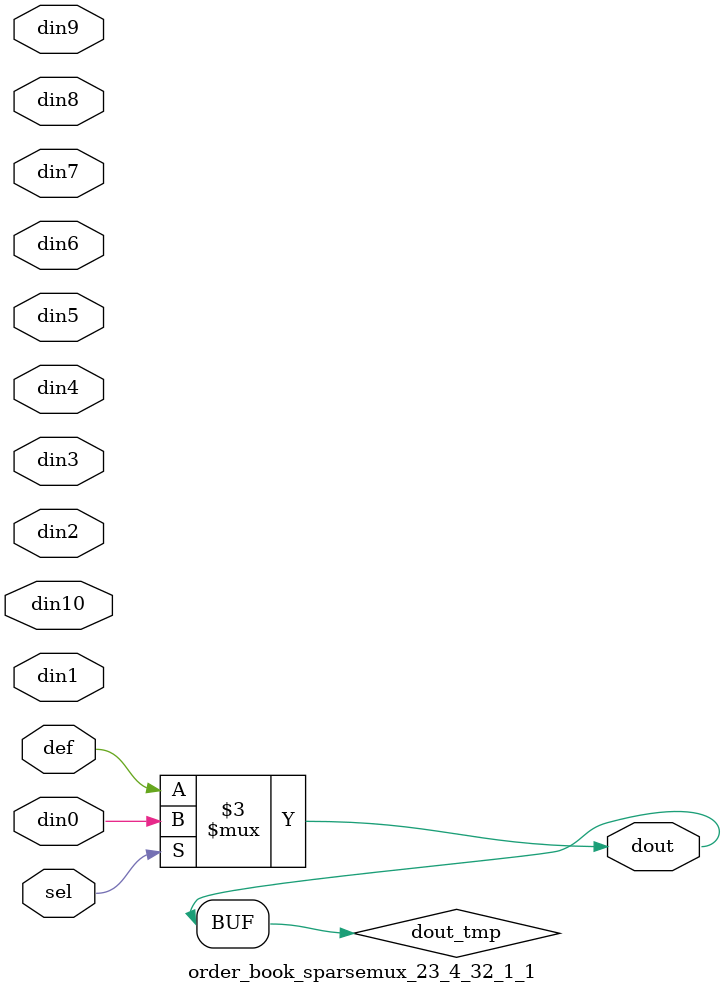
<source format=v>
`timescale 1ns / 1ps

module order_book_sparsemux_23_4_32_1_1 (din0,din1,din2,din3,din4,din5,din6,din7,din8,din9,din10,def,sel,dout);

parameter din0_WIDTH = 1;

parameter din1_WIDTH = 1;

parameter din2_WIDTH = 1;

parameter din3_WIDTH = 1;

parameter din4_WIDTH = 1;

parameter din5_WIDTH = 1;

parameter din6_WIDTH = 1;

parameter din7_WIDTH = 1;

parameter din8_WIDTH = 1;

parameter din9_WIDTH = 1;

parameter din10_WIDTH = 1;

parameter def_WIDTH = 1;
parameter sel_WIDTH = 1;
parameter dout_WIDTH = 1;

parameter [sel_WIDTH-1:0] CASE0 = 1;

parameter [sel_WIDTH-1:0] CASE1 = 1;

parameter [sel_WIDTH-1:0] CASE2 = 1;

parameter [sel_WIDTH-1:0] CASE3 = 1;

parameter [sel_WIDTH-1:0] CASE4 = 1;

parameter [sel_WIDTH-1:0] CASE5 = 1;

parameter [sel_WIDTH-1:0] CASE6 = 1;

parameter [sel_WIDTH-1:0] CASE7 = 1;

parameter [sel_WIDTH-1:0] CASE8 = 1;

parameter [sel_WIDTH-1:0] CASE9 = 1;

parameter [sel_WIDTH-1:0] CASE10 = 1;

parameter ID = 1;
parameter NUM_STAGE = 1;



input [din0_WIDTH-1:0] din0;

input [din1_WIDTH-1:0] din1;

input [din2_WIDTH-1:0] din2;

input [din3_WIDTH-1:0] din3;

input [din4_WIDTH-1:0] din4;

input [din5_WIDTH-1:0] din5;

input [din6_WIDTH-1:0] din6;

input [din7_WIDTH-1:0] din7;

input [din8_WIDTH-1:0] din8;

input [din9_WIDTH-1:0] din9;

input [din10_WIDTH-1:0] din10;

input [def_WIDTH-1:0] def;
input [sel_WIDTH-1:0] sel;

output [dout_WIDTH-1:0] dout;



reg [dout_WIDTH-1:0] dout_tmp;

always @ (*) begin
case (sel)
    
    CASE0 : dout_tmp = din0;
    
    CASE1 : dout_tmp = din1;
    
    CASE2 : dout_tmp = din2;
    
    CASE3 : dout_tmp = din3;
    
    CASE4 : dout_tmp = din4;
    
    CASE5 : dout_tmp = din5;
    
    CASE6 : dout_tmp = din6;
    
    CASE7 : dout_tmp = din7;
    
    CASE8 : dout_tmp = din8;
    
    CASE9 : dout_tmp = din9;
    
    CASE10 : dout_tmp = din10;
    
    default : dout_tmp = def;
endcase
end


assign dout = dout_tmp;



endmodule

</source>
